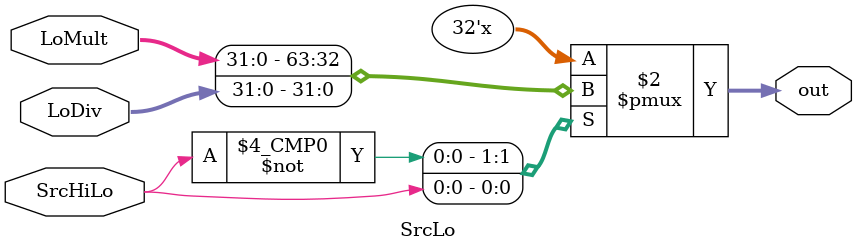
<source format=v>
module SrcLo(SrcHiLo, LoMult, LoDiv, out);
	
	input SrcHiLo;
	input [31:0] LoMult;
	input [31:0] LoDiv;
	
	output reg [31:0] out;
	
	always @ (LoMult or LoDiv or SrcHiLo)
	begin
		case (SrcHiLo)
			1'b0 : out <= LoMult;
			1'b1 : out <= LoDiv;
		endcase
	end
endmodule

</source>
